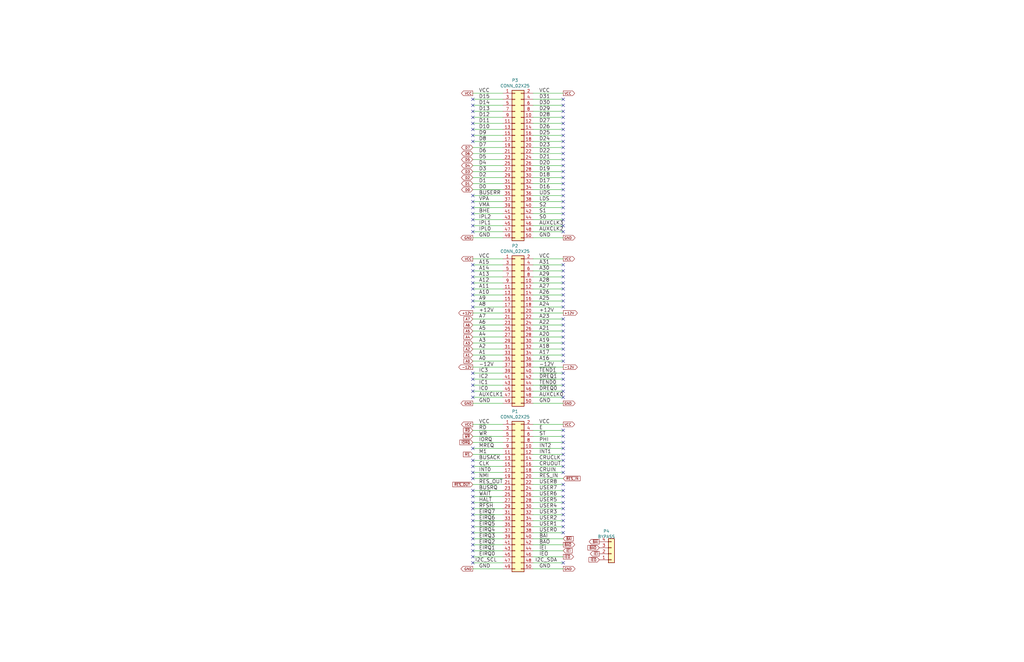
<source format=kicad_sch>
(kicad_sch (version 20211123) (generator eeschema)
  (paper "B")
  (lib_symbols
    (symbol "Connector_Generic:Conn_01x04" (pin_names (offset 1.016) hide)
      (property "Reference" "J" (at 0 5.08 0))
      (property "Value" "Conn_01x04" (at 0 -7.62 0))
      (symbol "Conn_01x04_1_1"
        (rectangle (start -1.27 -4.953) (end 0 -5.207) (stroke (width 0.1524)))
        (rectangle (start -1.27 -2.413) (end 0 -2.667) (stroke (width 0.1524)))
        (rectangle (start -1.27 0.127) (end 0 -0.127) (stroke (width 0.1524)))
        (rectangle (start -1.27 2.667) (end 0 2.413) (stroke (width 0.1524)))
        (rectangle (start -1.27 3.81) (end 1.27 -6.35) (stroke (width 0.254)) (fill (type background)))
        (pin passive line (at -5.08 2.54 0) (length 3.81) (name "Pin_1") (number "1"))
        (pin passive line (at -5.08 0 0) (length 3.81) (name "Pin_2") (number "2"))
        (pin passive line (at -5.08 -2.54 0) (length 3.81) (name "Pin_3") (number "3"))
        (pin passive line (at -5.08 -5.08 0) (length 3.81) (name "Pin_4") (number "4"))
      )
    )
    (symbol "Connector_Generic:Conn_02x25_Odd_Even" (pin_names (offset 1.016) hide)
      (property "Reference" "J" (at 1.27 33.02 0))
      (property "Value" "Conn_02x25_Odd_Even" (at 1.27 -33.02 0))
      (symbol "Conn_02x25_Odd_Even_1_1"
        (rectangle (start -1.27 -30.353) (end 0 -30.607) (stroke (width 0.1524)))
        (rectangle (start -1.27 -27.813) (end 0 -28.067) (stroke (width 0.1524)))
        (rectangle (start -1.27 -25.273) (end 0 -25.527) (stroke (width 0.1524)))
        (rectangle (start -1.27 -22.733) (end 0 -22.987) (stroke (width 0.1524)))
        (rectangle (start -1.27 -20.193) (end 0 -20.447) (stroke (width 0.1524)))
        (rectangle (start -1.27 -17.653) (end 0 -17.907) (stroke (width 0.1524)))
        (rectangle (start -1.27 -15.113) (end 0 -15.367) (stroke (width 0.1524)))
        (rectangle (start -1.27 -12.573) (end 0 -12.827) (stroke (width 0.1524)))
        (rectangle (start -1.27 -10.033) (end 0 -10.287) (stroke (width 0.1524)))
        (rectangle (start -1.27 -7.493) (end 0 -7.747) (stroke (width 0.1524)))
        (rectangle (start -1.27 -4.953) (end 0 -5.207) (stroke (width 0.1524)))
        (rectangle (start -1.27 -2.413) (end 0 -2.667) (stroke (width 0.1524)))
        (rectangle (start -1.27 0.127) (end 0 -0.127) (stroke (width 0.1524)))
        (rectangle (start -1.27 2.667) (end 0 2.413) (stroke (width 0.1524)))
        (rectangle (start -1.27 5.207) (end 0 4.953) (stroke (width 0.1524)))
        (rectangle (start -1.27 7.747) (end 0 7.493) (stroke (width 0.1524)))
        (rectangle (start -1.27 10.287) (end 0 10.033) (stroke (width 0.1524)))
        (rectangle (start -1.27 12.827) (end 0 12.573) (stroke (width 0.1524)))
        (rectangle (start -1.27 15.367) (end 0 15.113) (stroke (width 0.1524)))
        (rectangle (start -1.27 17.907) (end 0 17.653) (stroke (width 0.1524)))
        (rectangle (start -1.27 20.447) (end 0 20.193) (stroke (width 0.1524)))
        (rectangle (start -1.27 22.987) (end 0 22.733) (stroke (width 0.1524)))
        (rectangle (start -1.27 25.527) (end 0 25.273) (stroke (width 0.1524)))
        (rectangle (start -1.27 28.067) (end 0 27.813) (stroke (width 0.1524)))
        (rectangle (start -1.27 30.607) (end 0 30.353) (stroke (width 0.1524)))
        (rectangle (start -1.27 31.75) (end 3.81 -31.75) (stroke (width 0.254)) (fill (type background)))
        (rectangle (start 3.81 -30.353) (end 2.54 -30.607) (stroke (width 0.1524)))
        (rectangle (start 3.81 -27.813) (end 2.54 -28.067) (stroke (width 0.1524)))
        (rectangle (start 3.81 -25.273) (end 2.54 -25.527) (stroke (width 0.1524)))
        (rectangle (start 3.81 -22.733) (end 2.54 -22.987) (stroke (width 0.1524)))
        (rectangle (start 3.81 -20.193) (end 2.54 -20.447) (stroke (width 0.1524)))
        (rectangle (start 3.81 -17.653) (end 2.54 -17.907) (stroke (width 0.1524)))
        (rectangle (start 3.81 -15.113) (end 2.54 -15.367) (stroke (width 0.1524)))
        (rectangle (start 3.81 -12.573) (end 2.54 -12.827) (stroke (width 0.1524)))
        (rectangle (start 3.81 -10.033) (end 2.54 -10.287) (stroke (width 0.1524)))
        (rectangle (start 3.81 -7.493) (end 2.54 -7.747) (stroke (width 0.1524)))
        (rectangle (start 3.81 -4.953) (end 2.54 -5.207) (stroke (width 0.1524)))
        (rectangle (start 3.81 -2.413) (end 2.54 -2.667) (stroke (width 0.1524)))
        (rectangle (start 3.81 0.127) (end 2.54 -0.127) (stroke (width 0.1524)))
        (rectangle (start 3.81 2.667) (end 2.54 2.413) (stroke (width 0.1524)))
        (rectangle (start 3.81 5.207) (end 2.54 4.953) (stroke (width 0.1524)))
        (rectangle (start 3.81 7.747) (end 2.54 7.493) (stroke (width 0.1524)))
        (rectangle (start 3.81 10.287) (end 2.54 10.033) (stroke (width 0.1524)))
        (rectangle (start 3.81 12.827) (end 2.54 12.573) (stroke (width 0.1524)))
        (rectangle (start 3.81 15.367) (end 2.54 15.113) (stroke (width 0.1524)))
        (rectangle (start 3.81 17.907) (end 2.54 17.653) (stroke (width 0.1524)))
        (rectangle (start 3.81 20.447) (end 2.54 20.193) (stroke (width 0.1524)))
        (rectangle (start 3.81 22.987) (end 2.54 22.733) (stroke (width 0.1524)))
        (rectangle (start 3.81 25.527) (end 2.54 25.273) (stroke (width 0.1524)))
        (rectangle (start 3.81 28.067) (end 2.54 27.813) (stroke (width 0.1524)))
        (rectangle (start 3.81 30.607) (end 2.54 30.353) (stroke (width 0.1524)))
        (pin passive line (at -5.08 30.48 0) (length 3.81) (name "Pin_1") (number "1"))
        (pin passive line (at 7.62 20.32 180) (length 3.81) (name "Pin_10") (number "10"))
        (pin passive line (at -5.08 17.78 0) (length 3.81) (name "Pin_11") (number "11"))
        (pin passive line (at 7.62 17.78 180) (length 3.81) (name "Pin_12") (number "12"))
        (pin passive line (at -5.08 15.24 0) (length 3.81) (name "Pin_13") (number "13"))
        (pin passive line (at 7.62 15.24 180) (length 3.81) (name "Pin_14") (number "14"))
        (pin passive line (at -5.08 12.7 0) (length 3.81) (name "Pin_15") (number "15"))
        (pin passive line (at 7.62 12.7 180) (length 3.81) (name "Pin_16") (number "16"))
        (pin passive line (at -5.08 10.16 0) (length 3.81) (name "Pin_17") (number "17"))
        (pin passive line (at 7.62 10.16 180) (length 3.81) (name "Pin_18") (number "18"))
        (pin passive line (at -5.08 7.62 0) (length 3.81) (name "Pin_19") (number "19"))
        (pin passive line (at 7.62 30.48 180) (length 3.81) (name "Pin_2") (number "2"))
        (pin passive line (at 7.62 7.62 180) (length 3.81) (name "Pin_20") (number "20"))
        (pin passive line (at -5.08 5.08 0) (length 3.81) (name "Pin_21") (number "21"))
        (pin passive line (at 7.62 5.08 180) (length 3.81) (name "Pin_22") (number "22"))
        (pin passive line (at -5.08 2.54 0) (length 3.81) (name "Pin_23") (number "23"))
        (pin passive line (at 7.62 2.54 180) (length 3.81) (name "Pin_24") (number "24"))
        (pin passive line (at -5.08 0 0) (length 3.81) (name "Pin_25") (number "25"))
        (pin passive line (at 7.62 0 180) (length 3.81) (name "Pin_26") (number "26"))
        (pin passive line (at -5.08 -2.54 0) (length 3.81) (name "Pin_27") (number "27"))
        (pin passive line (at 7.62 -2.54 180) (length 3.81) (name "Pin_28") (number "28"))
        (pin passive line (at -5.08 -5.08 0) (length 3.81) (name "Pin_29") (number "29"))
        (pin passive line (at -5.08 27.94 0) (length 3.81) (name "Pin_3") (number "3"))
        (pin passive line (at 7.62 -5.08 180) (length 3.81) (name "Pin_30") (number "30"))
        (pin passive line (at -5.08 -7.62 0) (length 3.81) (name "Pin_31") (number "31"))
        (pin passive line (at 7.62 -7.62 180) (length 3.81) (name "Pin_32") (number "32"))
        (pin passive line (at -5.08 -10.16 0) (length 3.81) (name "Pin_33") (number "33"))
        (pin passive line (at 7.62 -10.16 180) (length 3.81) (name "Pin_34") (number "34"))
        (pin passive line (at -5.08 -12.7 0) (length 3.81) (name "Pin_35") (number "35"))
        (pin passive line (at 7.62 -12.7 180) (length 3.81) (name "Pin_36") (number "36"))
        (pin passive line (at -5.08 -15.24 0) (length 3.81) (name "Pin_37") (number "37"))
        (pin passive line (at 7.62 -15.24 180) (length 3.81) (name "Pin_38") (number "38"))
        (pin passive line (at -5.08 -17.78 0) (length 3.81) (name "Pin_39") (number "39"))
        (pin passive line (at 7.62 27.94 180) (length 3.81) (name "Pin_4") (number "4"))
        (pin passive line (at 7.62 -17.78 180) (length 3.81) (name "Pin_40") (number "40"))
        (pin passive line (at -5.08 -20.32 0) (length 3.81) (name "Pin_41") (number "41"))
        (pin passive line (at 7.62 -20.32 180) (length 3.81) (name "Pin_42") (number "42"))
        (pin passive line (at -5.08 -22.86 0) (length 3.81) (name "Pin_43") (number "43"))
        (pin passive line (at 7.62 -22.86 180) (length 3.81) (name "Pin_44") (number "44"))
        (pin passive line (at -5.08 -25.4 0) (length 3.81) (name "Pin_45") (number "45"))
        (pin passive line (at 7.62 -25.4 180) (length 3.81) (name "Pin_46") (number "46"))
        (pin passive line (at -5.08 -27.94 0) (length 3.81) (name "Pin_47") (number "47"))
        (pin passive line (at 7.62 -27.94 180) (length 3.81) (name "Pin_48") (number "48"))
        (pin passive line (at -5.08 -30.48 0) (length 3.81) (name "Pin_49") (number "49"))
        (pin passive line (at -5.08 25.4 0) (length 3.81) (name "Pin_5") (number "5"))
        (pin passive line (at 7.62 -30.48 180) (length 3.81) (name "Pin_50") (number "50"))
        (pin passive line (at 7.62 25.4 180) (length 3.81) (name "Pin_6") (number "6"))
        (pin passive line (at -5.08 22.86 0) (length 3.81) (name "Pin_7") (number "7"))
        (pin passive line (at 7.62 22.86 180) (length 3.81) (name "Pin_8") (number "8"))
        (pin passive line (at -5.08 20.32 0) (length 3.81) (name "Pin_9") (number "9"))
      )
    )
  )
  (no_connect (at 199.39 90.17))
  (no_connect (at 237.49 196.85))
  (no_connect (at 199.39 234.95))
  (no_connect (at 237.49 46.99))
  (no_connect (at 199.39 167.64))
  (no_connect (at 237.49 59.69))
  (no_connect (at 199.39 85.09))
  (no_connect (at 199.39 222.25))
  (no_connect (at 237.49 77.47))
  (no_connect (at 199.39 54.61))
  (no_connect (at 237.49 111.76))
  (no_connect (at 199.39 196.85))
  (no_connect (at 199.39 121.92))
  (no_connect (at 199.39 212.09))
  (no_connect (at 237.49 237.49))
  (no_connect (at 237.49 142.24))
  (no_connect (at 237.49 191.77))
  (no_connect (at 237.49 69.85))
  (no_connect (at 237.49 67.31))
  (no_connect (at 199.39 199.39))
  (no_connect (at 199.39 189.23))
  (no_connect (at 237.49 212.09))
  (no_connect (at 237.49 139.7))
  (no_connect (at 199.39 116.84))
  (no_connect (at 199.39 224.79))
  (no_connect (at 237.49 64.77))
  (no_connect (at 199.39 97.79))
  (no_connect (at 237.49 119.38))
  (no_connect (at 237.49 186.69))
  (no_connect (at 237.49 127))
  (no_connect (at 199.39 207.01))
  (no_connect (at 199.39 52.07))
  (no_connect (at 199.39 124.46))
  (no_connect (at 199.39 119.38))
  (no_connect (at 237.49 181.61))
  (no_connect (at 237.49 157.48))
  (no_connect (at 199.39 49.53))
  (no_connect (at 237.49 184.15))
  (no_connect (at 199.39 59.69))
  (no_connect (at 199.39 41.91))
  (no_connect (at 199.39 160.02))
  (no_connect (at 237.49 116.84))
  (no_connect (at 237.49 54.61))
  (no_connect (at 199.39 157.48))
  (no_connect (at 237.49 162.56))
  (no_connect (at 199.39 165.1))
  (no_connect (at 237.49 52.07))
  (no_connect (at 199.39 201.93))
  (no_connect (at 199.39 232.41))
  (no_connect (at 237.49 214.63))
  (no_connect (at 237.49 114.3))
  (no_connect (at 237.49 152.4))
  (no_connect (at 237.49 74.93))
  (no_connect (at 199.39 129.54))
  (no_connect (at 199.39 227.33))
  (no_connect (at 199.39 57.15))
  (no_connect (at 237.49 217.17))
  (no_connect (at 199.39 46.99))
  (no_connect (at 199.39 217.17))
  (no_connect (at 237.49 57.15))
  (no_connect (at 237.49 189.23))
  (no_connect (at 237.49 62.23))
  (no_connect (at 237.49 72.39))
  (no_connect (at 237.49 165.1))
  (no_connect (at 237.49 224.79))
  (no_connect (at 199.39 214.63))
  (no_connect (at 237.49 97.79))
  (no_connect (at 237.49 90.17))
  (no_connect (at 237.49 219.71))
  (no_connect (at 237.49 49.53))
  (no_connect (at 237.49 194.31))
  (no_connect (at 237.49 160.02))
  (no_connect (at 199.39 92.71))
  (no_connect (at 199.39 127))
  (no_connect (at 199.39 87.63))
  (no_connect (at 199.39 114.3))
  (no_connect (at 237.49 92.71))
  (no_connect (at 237.49 209.55))
  (no_connect (at 199.39 44.45))
  (no_connect (at 237.49 204.47))
  (no_connect (at 237.49 85.09))
  (no_connect (at 237.49 95.25))
  (no_connect (at 237.49 80.01))
  (no_connect (at 237.49 207.01))
  (no_connect (at 237.49 82.55))
  (no_connect (at 237.49 147.32))
  (no_connect (at 237.49 222.25))
  (no_connect (at 237.49 199.39))
  (no_connect (at 237.49 87.63))
  (no_connect (at 199.39 229.87))
  (no_connect (at 199.39 194.31))
  (no_connect (at 199.39 111.76))
  (no_connect (at 237.49 129.54))
  (no_connect (at 199.39 82.55))
  (no_connect (at 199.39 95.25))
  (no_connect (at 237.49 41.91))
  (no_connect (at 237.49 121.92))
  (no_connect (at 237.49 44.45))
  (no_connect (at 237.49 137.16))
  (no_connect (at 237.49 149.86))
  (no_connect (at 237.49 144.78))
  (no_connect (at 199.39 237.49))
  (no_connect (at 237.49 134.62))
  (no_connect (at 199.39 162.56))
  (no_connect (at 237.49 167.64))
  (no_connect (at 237.49 124.46))
  (no_connect (at 199.39 209.55))
  (no_connect (at 199.39 219.71))
  (wire (pts (xy 224.79 224.79) (xy 237.49 224.79)))
  (wire (pts (xy 199.39 224.79) (xy 212.09 224.79)))
  (wire (pts (xy 224.79 77.47) (xy 237.49 77.47)))
  (wire (pts (xy 199.39 54.61) (xy 212.09 54.61)))
  (wire (pts (xy 199.39 209.55) (xy 212.09 209.55)))
  (wire (pts (xy 224.79 207.01) (xy 237.49 207.01)))
  (wire (pts (xy 199.39 137.16) (xy 212.09 137.16)))
  (wire (pts (xy 199.39 49.53) (xy 212.09 49.53)))
  (wire (pts (xy 224.79 97.79) (xy 237.49 97.79)))
  (wire (pts (xy 237.49 194.31) (xy 224.79 194.31)))
  (wire (pts (xy 224.79 201.93) (xy 237.49 201.93)))
  (wire (pts (xy 224.79 209.55) (xy 237.49 209.55)))
  (wire (pts (xy 224.79 57.15) (xy 237.49 57.15)))
  (wire (pts (xy 199.39 240.03) (xy 212.09 240.03)))
  (wire (pts (xy 224.79 100.33) (xy 237.49 100.33)))
  (wire (pts (xy 199.39 67.31) (xy 212.09 67.31)))
  (wire (pts (xy 224.79 85.09) (xy 237.49 85.09)))
  (wire (pts (xy 224.79 142.24) (xy 237.49 142.24)))
  (wire (pts (xy 199.39 152.4) (xy 212.09 152.4)))
  (wire (pts (xy 212.09 160.02) (xy 199.39 160.02)))
  (wire (pts (xy 224.79 137.16) (xy 237.49 137.16)))
  (wire (pts (xy 212.09 85.09) (xy 199.39 85.09)))
  (wire (pts (xy 199.39 204.47) (xy 212.09 204.47)))
  (wire (pts (xy 224.79 80.01) (xy 237.49 80.01)))
  (wire (pts (xy 224.79 212.09) (xy 237.49 212.09)))
  (wire (pts (xy 199.39 74.93) (xy 212.09 74.93)))
  (wire (pts (xy 224.79 170.18) (xy 237.49 170.18)))
  (wire (pts (xy 199.39 149.86) (xy 212.09 149.86)))
  (wire (pts (xy 199.39 116.84) (xy 212.09 116.84)))
  (wire (pts (xy 199.39 227.33) (xy 212.09 227.33)))
  (wire (pts (xy 237.49 184.15) (xy 224.79 184.15)))
  (wire (pts (xy 199.39 134.62) (xy 212.09 134.62)))
  (wire (pts (xy 224.79 144.78) (xy 237.49 144.78)))
  (wire (pts (xy 224.79 124.46) (xy 237.49 124.46)))
  (wire (pts (xy 199.39 52.07) (xy 212.09 52.07)))
  (wire (pts (xy 199.39 199.39) (xy 212.09 199.39)))
  (wire (pts (xy 224.79 67.31) (xy 237.49 67.31)))
  (wire (pts (xy 237.49 95.25) (xy 224.79 95.25)))
  (wire (pts (xy 224.79 114.3) (xy 237.49 114.3)))
  (wire (pts (xy 199.39 41.91) (xy 212.09 41.91)))
  (wire (pts (xy 199.39 111.76) (xy 212.09 111.76)))
  (wire (pts (xy 199.39 44.45) (xy 212.09 44.45)))
  (wire (pts (xy 224.79 44.45) (xy 237.49 44.45)))
  (wire (pts (xy 199.39 59.69) (xy 212.09 59.69)))
  (wire (pts (xy 224.79 129.54) (xy 237.49 129.54)))
  (wire (pts (xy 224.79 147.32) (xy 237.49 147.32)))
  (wire (pts (xy 199.39 77.47) (xy 212.09 77.47)))
  (wire (pts (xy 199.39 191.77) (xy 212.09 191.77)))
  (wire (pts (xy 199.39 64.77) (xy 212.09 64.77)))
  (wire (pts (xy 199.39 62.23) (xy 212.09 62.23)))
  (wire (pts (xy 199.39 222.25) (xy 212.09 222.25)))
  (wire (pts (xy 224.79 204.47) (xy 237.49 204.47)))
  (wire (pts (xy 224.79 59.69) (xy 237.49 59.69)))
  (wire (pts (xy 224.79 87.63) (xy 237.49 87.63)))
  (wire (pts (xy 224.79 62.23) (xy 237.49 62.23)))
  (wire (pts (xy 224.79 219.71) (xy 237.49 219.71)))
  (wire (pts (xy 224.79 82.55) (xy 237.49 82.55)))
  (wire (pts (xy 212.09 90.17) (xy 199.39 90.17)))
  (wire (pts (xy 199.39 121.92) (xy 212.09 121.92)))
  (wire (pts (xy 224.79 69.85) (xy 237.49 69.85)))
  (wire (pts (xy 199.39 46.99) (xy 212.09 46.99)))
  (wire (pts (xy 224.79 196.85) (xy 237.49 196.85)))
  (wire (pts (xy 224.79 179.07) (xy 237.49 179.07)))
  (wire (pts (xy 224.79 157.48) (xy 237.49 157.48)))
  (wire (pts (xy 199.39 194.31) (xy 212.09 194.31)))
  (wire (pts (xy 224.79 222.25) (xy 237.49 222.25)))
  (wire (pts (xy 199.39 201.93) (xy 212.09 201.93)))
  (wire (pts (xy 199.39 179.07) (xy 212.09 179.07)))
  (wire (pts (xy 237.49 234.95) (xy 224.79 234.95)))
  (wire (pts (xy 224.79 154.94) (xy 237.49 154.94)))
  (wire (pts (xy 224.79 134.62) (xy 237.49 134.62)))
  (wire (pts (xy 224.79 92.71) (xy 237.49 92.71)))
  (wire (pts (xy 199.39 212.09) (xy 212.09 212.09)))
  (wire (pts (xy 199.39 119.38) (xy 212.09 119.38)))
  (wire (pts (xy 199.39 144.78) (xy 212.09 144.78)))
  (wire (pts (xy 237.49 191.77) (xy 224.79 191.77)))
  (wire (pts (xy 224.79 109.22) (xy 237.49 109.22)))
  (wire (pts (xy 224.79 121.92) (xy 237.49 121.92)))
  (wire (pts (xy 199.39 186.69) (xy 212.09 186.69)))
  (wire (pts (xy 237.49 181.61) (xy 224.79 181.61)))
  (wire (pts (xy 199.39 170.18) (xy 212.09 170.18)))
  (wire (pts (xy 199.39 219.71) (xy 212.09 219.71)))
  (wire (pts (xy 224.79 46.99) (xy 237.49 46.99)))
  (wire (pts (xy 199.39 196.85) (xy 212.09 196.85)))
  (wire (pts (xy 224.79 149.86) (xy 237.49 149.86)))
  (wire (pts (xy 199.39 234.95) (xy 212.09 234.95)))
  (wire (pts (xy 199.39 181.61) (xy 212.09 181.61)))
  (wire (pts (xy 237.49 189.23) (xy 224.79 189.23)))
  (wire (pts (xy 224.79 165.1) (xy 237.49 165.1)))
  (wire (pts (xy 199.39 129.54) (xy 212.09 129.54)))
  (wire (pts (xy 199.39 229.87) (xy 212.09 229.87)))
  (wire (pts (xy 224.79 240.03) (xy 237.49 240.03)))
  (wire (pts (xy 224.79 64.77) (xy 237.49 64.77)))
  (wire (pts (xy 199.39 127) (xy 212.09 127)))
  (wire (pts (xy 224.79 49.53) (xy 237.49 49.53)))
  (wire (pts (xy 224.79 72.39) (xy 237.49 72.39)))
  (wire (pts (xy 224.79 152.4) (xy 237.49 152.4)))
  (wire (pts (xy 199.39 57.15) (xy 212.09 57.15)))
  (wire (pts (xy 224.79 162.56) (xy 237.49 162.56)))
  (wire (pts (xy 224.79 74.93) (xy 237.49 74.93)))
  (wire (pts (xy 224.79 90.17) (xy 237.49 90.17)))
  (wire (pts (xy 212.09 82.55) (xy 199.39 82.55)))
  (wire (pts (xy 212.09 157.48) (xy 199.39 157.48)))
  (wire (pts (xy 224.79 139.7) (xy 237.49 139.7)))
  (wire (pts (xy 224.79 39.37) (xy 237.49 39.37)))
  (wire (pts (xy 212.09 87.63) (xy 199.39 87.63)))
  (wire (pts (xy 224.79 199.39) (xy 237.49 199.39)))
  (wire (pts (xy 224.79 111.76) (xy 237.49 111.76)))
  (wire (pts (xy 237.49 232.41) (xy 224.79 232.41)))
  (wire (pts (xy 224.79 52.07) (xy 237.49 52.07)))
  (wire (pts (xy 199.39 124.46) (xy 212.09 124.46)))
  (wire (pts (xy 237.49 237.49) (xy 224.79 237.49)))
  (wire (pts (xy 224.79 132.08) (xy 237.49 132.08)))
  (wire (pts (xy 224.79 217.17) (xy 237.49 217.17)))
  (wire (pts (xy 237.49 229.87) (xy 224.79 229.87)))
  (wire (pts (xy 199.39 167.64) (xy 212.09 167.64)))
  (wire (pts (xy 199.39 72.39) (xy 212.09 72.39)))
  (wire (pts (xy 199.39 142.24) (xy 212.09 142.24)))
  (wire (pts (xy 199.39 109.22) (xy 212.09 109.22)))
  (wire (pts (xy 199.39 132.08) (xy 212.09 132.08)))
  (wire (pts (xy 199.39 189.23) (xy 212.09 189.23)))
  (wire (pts (xy 224.79 116.84) (xy 237.49 116.84)))
  (wire (pts (xy 199.39 214.63) (xy 212.09 214.63)))
  (wire (pts (xy 199.39 217.17) (xy 212.09 217.17)))
  (wire (pts (xy 199.39 154.94) (xy 212.09 154.94)))
  (wire (pts (xy 199.39 39.37) (xy 212.09 39.37)))
  (wire (pts (xy 199.39 147.32) (xy 212.09 147.32)))
  (wire (pts (xy 224.79 167.64) (xy 237.49 167.64)))
  (wire (pts (xy 199.39 100.33) (xy 212.09 100.33)))
  (wire (pts (xy 237.49 227.33) (xy 224.79 227.33)))
  (wire (pts (xy 212.09 97.79) (xy 199.39 97.79)))
  (wire (pts (xy 224.79 41.91) (xy 237.49 41.91)))
  (wire (pts (xy 199.39 232.41) (xy 212.09 232.41)))
  (wire (pts (xy 212.09 165.1) (xy 199.39 165.1)))
  (wire (pts (xy 237.49 186.69) (xy 224.79 186.69)))
  (wire (pts (xy 199.39 114.3) (xy 212.09 114.3)))
  (wire (pts (xy 224.79 127) (xy 237.49 127)))
  (wire (pts (xy 199.39 80.01) (xy 212.09 80.01)))
  (wire (pts (xy 199.39 139.7) (xy 212.09 139.7)))
  (wire (pts (xy 199.39 69.85) (xy 212.09 69.85)))
  (wire (pts (xy 212.09 237.49) (xy 199.39 237.49)))
  (wire (pts (xy 224.79 160.02) (xy 237.49 160.02)))
  (wire (pts (xy 212.09 92.71) (xy 199.39 92.71)))
  (wire (pts (xy 224.79 214.63) (xy 237.49 214.63)))
  (wire (pts (xy 199.39 207.01) (xy 212.09 207.01)))
  (wire (pts (xy 212.09 95.25) (xy 199.39 95.25)))
  (wire (pts (xy 224.79 119.38) (xy 237.49 119.38)))
  (wire (pts (xy 212.09 162.56) (xy 199.39 162.56)))
  (wire (pts (xy 224.79 54.61) (xy 237.49 54.61)))
  (wire (pts (xy 199.39 184.15) (xy 212.09 184.15)))
  (label "A7" (at 201.93 134.62 0) (effects (font (size 1.524 1.524))))
  (label "VCC" (at 201.93 179.07 0) (effects (font (size 1.524 1.524))))
  (label "~{BHE}" (at 201.93 90.17 0) (effects (font (size 1.524 1.524))))
  (label "D4" (at 201.93 69.85 0) (effects (font (size 1.524 1.524))))
  (label "A5" (at 201.93 139.7 0) (effects (font (size 1.524 1.524))))
  (label "~{RES_OUT}" (at 201.93 204.47 0) (effects (font (size 1.524 1.524))))
  (label "IPL1" (at 201.93 95.25 0) (effects (font (size 1.524 1.524))))
  (label "UDS" (at 227.33 82.55 0) (effects (font (size 1.524 1.524))))
  (label "~{INT2}" (at 227.33 189.23 0) (effects (font (size 1.524 1.524))))
  (label "VCC" (at 227.33 179.07 0) (effects (font (size 1.524 1.524))))
  (label "IC2" (at 201.93 160.02 0) (effects (font (size 1.524 1.524))))
  (label "USER0" (at 227.33 224.79 0) (effects (font (size 1.524 1.524))))
  (label "VCC" (at 227.33 39.37 0) (effects (font (size 1.524 1.524))))
  (label "A9" (at 201.93 127 0) (effects (font (size 1.524 1.524))))
  (label "D9" (at 201.93 57.15 0) (effects (font (size 1.524 1.524))))
  (label "GND" (at 227.33 100.33 0) (effects (font (size 1.524 1.524))))
  (label "D23" (at 227.33 62.23 0) (effects (font (size 1.524 1.524))))
  (label "D15" (at 201.93 41.91 0) (effects (font (size 1.524 1.524))))
  (label "~{IEI}" (at 227.33 232.41 0) (effects (font (size 1.524 1.524))))
  (label "A6" (at 201.93 137.16 0) (effects (font (size 1.524 1.524))))
  (label "D0" (at 201.93 80.01 0) (effects (font (size 1.524 1.524))))
  (label "GND" (at 201.93 240.03 0) (effects (font (size 1.524 1.524))))
  (label "IPL0" (at 201.93 97.79 0) (effects (font (size 1.524 1.524))))
  (label "D16" (at 227.33 80.01 0) (effects (font (size 1.524 1.524))))
  (label "~{VPA}" (at 201.93 85.09 0) (effects (font (size 1.524 1.524))))
  (label "I2C_SCL" (at 209.55 237.49 180) (effects (font (size 1.524 1.524))))
  (label "~{NMI}" (at 201.93 201.93 0) (effects (font (size 1.524 1.524))))
  (label "~{MREQ}" (at 201.93 189.23 0) (effects (font (size 1.524 1.524))))
  (label "USER6" (at 227.33 209.55 0) (effects (font (size 1.524 1.524))))
  (label "A3" (at 201.93 144.78 0) (effects (font (size 1.524 1.524))))
  (label "A4" (at 201.93 142.24 0) (effects (font (size 1.524 1.524))))
  (label "A23" (at 227.33 134.62 0) (effects (font (size 1.524 1.524))))
  (label "D25" (at 227.33 57.15 0) (effects (font (size 1.524 1.524))))
  (label "D7" (at 201.93 62.23 0) (effects (font (size 1.524 1.524))))
  (label "VCC" (at 227.33 109.22 0) (effects (font (size 1.524 1.524))))
  (label "+12V" (at 227.33 132.08 0) (effects (font (size 1.524 1.524))))
  (label "~{BAO}" (at 227.33 229.87 0) (effects (font (size 1.524 1.524))))
  (label "A14" (at 201.93 114.3 0) (effects (font (size 1.524 1.524))))
  (label "GND" (at 227.33 170.18 0) (effects (font (size 1.524 1.524))))
  (label "D26" (at 227.33 54.61 0) (effects (font (size 1.524 1.524))))
  (label "D6" (at 201.93 64.77 0) (effects (font (size 1.524 1.524))))
  (label "~{INT0}" (at 201.93 199.39 0) (effects (font (size 1.524 1.524))))
  (label "S0" (at 227.33 92.71 0) (effects (font (size 1.524 1.524))))
  (label "A24" (at 227.33 129.54 0) (effects (font (size 1.524 1.524))))
  (label "A28" (at 227.33 119.38 0) (effects (font (size 1.524 1.524))))
  (label "A20" (at 227.33 142.24 0) (effects (font (size 1.524 1.524))))
  (label "~{RD}" (at 201.93 181.61 0) (effects (font (size 1.524 1.524))))
  (label "A21" (at 227.33 139.7 0) (effects (font (size 1.524 1.524))))
  (label "A29" (at 227.33 116.84 0) (effects (font (size 1.524 1.524))))
  (label "AUXCLK3" (at 227.33 95.25 0) (effects (font (size 1.524 1.524))))
  (label "~{DREQ1}" (at 227.33 160.02 0) (effects (font (size 1.524 1.524))))
  (label "D13" (at 201.93 46.99 0) (effects (font (size 1.524 1.524))))
  (label "~{EIRQ0}" (at 201.93 234.95 0) (effects (font (size 1.524 1.524))))
  (label "A1" (at 201.93 149.86 0) (effects (font (size 1.524 1.524))))
  (label "VCC" (at 201.93 109.22 0) (effects (font (size 1.524 1.524))))
  (label "A8" (at 201.93 129.54 0) (effects (font (size 1.524 1.524))))
  (label "A25" (at 227.33 127 0) (effects (font (size 1.524 1.524))))
  (label "A13" (at 201.93 116.84 0) (effects (font (size 1.524 1.524))))
  (label "+12V" (at 201.93 132.08 0) (effects (font (size 1.524 1.524))))
  (label "D18" (at 227.33 74.93 0) (effects (font (size 1.524 1.524))))
  (label "D24" (at 227.33 59.69 0) (effects (font (size 1.524 1.524))))
  (label "~{M1}" (at 201.93 191.77 0) (effects (font (size 1.524 1.524))))
  (label "~{RFSH}" (at 201.93 214.63 0) (effects (font (size 1.524 1.524))))
  (label "USER4" (at 227.33 214.63 0) (effects (font (size 1.524 1.524))))
  (label "PHI" (at 227.33 186.69 0) (effects (font (size 1.524 1.524))))
  (label "~{BUSERR}" (at 201.93 82.55 0) (effects (font (size 1.524 1.524))))
  (label "AUXCLK0" (at 227.33 167.64 0) (effects (font (size 1.524 1.524))))
  (label "~{IEO}" (at 227.33 234.95 0) (effects (font (size 1.524 1.524))))
  (label "~{HALT}" (at 201.93 212.09 0) (effects (font (size 1.524 1.524))))
  (label "I2C_SDA" (at 234.95 237.49 180) (effects (font (size 1.524 1.524))))
  (label "USER8" (at 227.33 204.47 0) (effects (font (size 1.524 1.524))))
  (label "~{EIRQ4}" (at 201.93 224.79 0) (effects (font (size 1.524 1.524))))
  (label "A16" (at 227.33 152.4 0) (effects (font (size 1.524 1.524))))
  (label "A2" (at 201.93 147.32 0) (effects (font (size 1.524 1.524))))
  (label "A31" (at 227.33 111.76 0) (effects (font (size 1.524 1.524))))
  (label "~{TEND1}" (at 227.33 157.48 0) (effects (font (size 1.524 1.524))))
  (label "AUXCLK1" (at 201.93 167.64 0) (effects (font (size 1.524 1.524))))
  (label "D3" (at 201.93 72.39 0) (effects (font (size 1.524 1.524))))
  (label "D19" (at 227.33 72.39 0) (effects (font (size 1.524 1.524))))
  (label "~{WR}" (at 201.93 184.15 0) (effects (font (size 1.524 1.524))))
  (label "A10" (at 201.93 124.46 0) (effects (font (size 1.524 1.524))))
  (label "E" (at 227.33 181.61 0) (effects (font (size 1.524 1.524))))
  (label "ST" (at 227.33 184.15 0) (effects (font (size 1.524 1.524))))
  (label "A18" (at 227.33 147.32 0) (effects (font (size 1.524 1.524))))
  (label "A15" (at 201.93 111.76 0) (effects (font (size 1.524 1.524))))
  (label "A0" (at 201.93 152.4 0) (effects (font (size 1.524 1.524))))
  (label "LDS" (at 227.33 85.09 0) (effects (font (size 1.524 1.524))))
  (label "D12" (at 201.93 49.53 0) (effects (font (size 1.524 1.524))))
  (label "IC1" (at 201.93 162.56 0) (effects (font (size 1.524 1.524))))
  (label "~{BUSACK}" (at 201.93 194.31 0) (effects (font (size 1.524 1.524))))
  (label "A19" (at 227.33 144.78 0) (effects (font (size 1.524 1.524))))
  (label "AUXCLK2" (at 227.33 97.79 0) (effects (font (size 1.524 1.524))))
  (label "GND" (at 227.33 240.03 0) (effects (font (size 1.524 1.524))))
  (label "D1" (at 201.93 77.47 0) (effects (font (size 1.524 1.524))))
  (label "S1" (at 227.33 90.17 0) (effects (font (size 1.524 1.524))))
  (label "~{WAIT}" (at 201.93 209.55 0) (effects (font (size 1.524 1.524))))
  (label "~{EIRQ2}" (at 201.93 229.87 0) (effects (font (size 1.524 1.524))))
  (label "CRUIN" (at 227.33 199.39 0) (effects (font (size 1.524 1.524))))
  (label "-12V" (at 201.93 154.94 0) (effects (font (size 1.524 1.524))))
  (label "D22" (at 227.33 64.77 0) (effects (font (size 1.524 1.524))))
  (label "~{IORQ}" (at 201.93 186.69 0) (effects (font (size 1.524 1.524))))
  (label "~{EIRQ5}" (at 201.93 222.25 0) (effects (font (size 1.524 1.524))))
  (label "CRUCLK" (at 227.33 194.31 0) (effects (font (size 1.524 1.524))))
  (label "D8" (at 201.93 59.69 0) (effects (font (size 1.524 1.524))))
  (label "D14" (at 201.93 44.45 0) (effects (font (size 1.524 1.524))))
  (label "D11" (at 201.93 52.07 0) (effects (font (size 1.524 1.524))))
  (label "A17" (at 227.33 149.86 0) (effects (font (size 1.524 1.524))))
  (label "A26" (at 227.33 124.46 0) (effects (font (size 1.524 1.524))))
  (label "A12" (at 201.93 119.38 0) (effects (font (size 1.524 1.524))))
  (label "~{INT1}" (at 227.33 191.77 0) (effects (font (size 1.524 1.524))))
  (label "~{EIRQ6}" (at 201.93 219.71 0) (effects (font (size 1.524 1.524))))
  (label "CLK" (at 201.93 196.85 0) (effects (font (size 1.524 1.524))))
  (label "S2" (at 227.33 87.63 0) (effects (font (size 1.524 1.524))))
  (label "D30" (at 227.33 44.45 0) (effects (font (size 1.524 1.524))))
  (label "A30" (at 227.33 114.3 0) (effects (font (size 1.524 1.524))))
  (label "~{RES_IN}" (at 227.33 201.93 0) (effects (font (size 1.524 1.524))))
  (label "D31" (at 227.33 41.91 0) (effects (font (size 1.524 1.524))))
  (label "D28" (at 227.33 49.53 0) (effects (font (size 1.524 1.524))))
  (label "D2" (at 201.93 74.93 0) (effects (font (size 1.524 1.524))))
  (label "D29" (at 227.33 46.99 0) (effects (font (size 1.524 1.524))))
  (label "USER5" (at 227.33 212.09 0) (effects (font (size 1.524 1.524))))
  (label "~{BUSRQ}" (at 201.93 207.01 0) (effects (font (size 1.524 1.524))))
  (label "GND" (at 201.93 170.18 0) (effects (font (size 1.524 1.524))))
  (label "~{EIRQ1}" (at 201.93 232.41 0) (effects (font (size 1.524 1.524))))
  (label "A27" (at 227.33 121.92 0) (effects (font (size 1.524 1.524))))
  (label "~{DREQ0}" (at 227.33 165.1 0) (effects (font (size 1.524 1.524))))
  (label "-12V" (at 227.33 154.94 0) (effects (font (size 1.524 1.524))))
  (label "IC3" (at 201.93 157.48 0) (effects (font (size 1.524 1.524))))
  (label "D27" (at 227.33 52.07 0) (effects (font (size 1.524 1.524))))
  (label "USER7" (at 227.33 207.01 0) (effects (font (size 1.524 1.524))))
  (label "D10" (at 201.93 54.61 0) (effects (font (size 1.524 1.524))))
  (label "D21" (at 227.33 67.31 0) (effects (font (size 1.524 1.524))))
  (label "~{VMA}" (at 201.93 87.63 0) (effects (font (size 1.524 1.524))))
  (label "D17" (at 227.33 77.47 0) (effects (font (size 1.524 1.524))))
  (label "A22" (at 227.33 137.16 0) (effects (font (size 1.524 1.524))))
  (label "~{BAI}" (at 227.33 227.33 0) (effects (font (size 1.524 1.524))))
  (label "USER2" (at 227.33 219.71 0) (effects (font (size 1.524 1.524))))
  (label "VCC" (at 201.93 39.37 0) (effects (font (size 1.524 1.524))))
  (label "CRUOUT" (at 227.33 196.85 0) (effects (font (size 1.524 1.524))))
  (label "GND" (at 201.93 100.33 0) (effects (font (size 1.524 1.524))))
  (label "D20" (at 227.33 69.85 0) (effects (font (size 1.524 1.524))))
  (label "~{TEND0}" (at 227.33 162.56 0) (effects (font (size 1.524 1.524))))
  (label "~{EIRQ3}" (at 201.93 227.33 0) (effects (font (size 1.524 1.524))))
  (label "~{EIRQ7}" (at 201.93 217.17 0) (effects (font (size 1.524 1.524))))
  (label "USER3" (at 227.33 217.17 0) (effects (font (size 1.524 1.524))))
  (label "IPL2" (at 201.93 92.71 0) (effects (font (size 1.524 1.524))))
  (label "A11" (at 201.93 121.92 0) (effects (font (size 1.524 1.524))))
  (label "D5" (at 201.93 67.31 0) (effects (font (size 1.524 1.524))))
  (label "IC0" (at 201.93 165.1 0) (effects (font (size 1.524 1.524))))
  (label "USER1" (at 227.33 222.25 0) (effects (font (size 1.524 1.524))))
  (global_label "GND" (shape output) (at 199.39 100.33 180) (effects (font (size 1.016 1.016))) (property "Intersheet References" "${INTERSHEET_REFS}" (effects hide)))
  (global_label "VCC" (shape output) (at 199.39 179.07 180) (effects (font (size 1.016 1.016))) (property "Intersheet References" "${INTERSHEET_REFS}" (effects hide)))
  (global_label "GND" (shape output) (at 237.49 100.33 0) (effects (font (size 1.016 1.016))) (property "Intersheet References" "${INTERSHEET_REFS}" (effects hide)))
  (global_label "~{BAI}" (shape input) (at 237.49 227.33 0) (effects (font (size 1.016 1.016))) (property "Intersheet References" "${INTERSHEET_REFS}" (effects hide)))
  (global_label "VCC" (shape output) (at 199.39 39.37 180) (effects (font (size 1.016 1.016))) (property "Intersheet References" "${INTERSHEET_REFS}" (effects hide)))
  (global_label "A0" (shape input) (at 199.39 152.4 180) (effects (font (size 1.016 1.016))) (property "Intersheet References" "${INTERSHEET_REFS}" (effects hide)))
  (global_label "+12V" (shape output) (at 199.39 132.08 180) (effects (font (size 1.016 1.016))) (property "Intersheet References" "${INTERSHEET_REFS}" (effects hide)))
  (global_label "D7" (shape bidirectional) (at 199.39 62.23 180) (effects (font (size 1.016 1.016))) (property "Intersheet References" "${INTERSHEET_REFS}" (effects hide)))
  (global_label "A4" (shape input) (at 199.39 142.24 180) (effects (font (size 1.016 1.016))) (property "Intersheet References" "${INTERSHEET_REFS}" (effects hide)))
  (global_label "A5" (shape input) (at 199.39 139.7 180) (effects (font (size 1.016 1.016))) (property "Intersheet References" "${INTERSHEET_REFS}" (effects hide)))
  (global_label "~{BAO}" (shape input) (at 252.73 231.14 180) (effects (font (size 1.016 1.016))) (property "Intersheet References" "${INTERSHEET_REFS}" (effects hide)))
  (global_label "~{WR}" (shape input) (at 199.39 184.15 180) (effects (font (size 1.016 1.016))) (property "Intersheet References" "${INTERSHEET_REFS}" (effects hide)))
  (global_label "~{IEI}" (shape output) (at 252.73 233.68 180) (effects (font (size 1.016 1.016))) (property "Intersheet References" "${INTERSHEET_REFS}" (effects hide)))
  (global_label "+12V" (shape output) (at 237.49 132.08 0) (effects (font (size 1.016 1.016))) (property "Intersheet References" "${INTERSHEET_REFS}" (effects hide)))
  (global_label "GND" (shape output) (at 199.39 170.18 180) (effects (font (size 1.016 1.016))) (property "Intersheet References" "${INTERSHEET_REFS}" (effects hide)))
  (global_label "A3" (shape input) (at 199.39 144.78 180) (effects (font (size 1.016 1.016))) (property "Intersheet References" "${INTERSHEET_REFS}" (effects hide)))
  (global_label "~{RD}" (shape input) (at 199.39 181.61 180) (effects (font (size 1.016 1.016))) (property "Intersheet References" "${INTERSHEET_REFS}" (effects hide)))
  (global_label "~{RES_IN}" (shape input) (at 237.49 201.93 0) (effects (font (size 1.016 1.016))) (property "Intersheet References" "${INTERSHEET_REFS}" (effects hide)))
  (global_label "-12V" (shape output) (at 237.49 154.94 0) (effects (font (size 1.016 1.016))) (property "Intersheet References" "${INTERSHEET_REFS}" (effects hide)))
  (global_label "~{IEO}" (shape output) (at 237.49 234.95 0) (effects (font (size 1.016 1.016))) (property "Intersheet References" "${INTERSHEET_REFS}" (effects hide)))
  (global_label "A2" (shape input) (at 199.39 147.32 180) (effects (font (size 1.016 1.016))) (property "Intersheet References" "${INTERSHEET_REFS}" (effects hide)))
  (global_label "~{RES_OUT}" (shape input) (at 199.39 204.47 180) (effects (font (size 1.016 1.016))) (property "Intersheet References" "${INTERSHEET_REFS}" (effects hide)))
  (global_label "VCC" (shape output) (at 199.39 109.22 180) (effects (font (size 1.016 1.016))) (property "Intersheet References" "${INTERSHEET_REFS}" (effects hide)))
  (global_label "D2" (shape bidirectional) (at 199.39 74.93 180) (effects (font (size 1.016 1.016))) (property "Intersheet References" "${INTERSHEET_REFS}" (effects hide)))
  (global_label "A1" (shape input) (at 199.39 149.86 180) (effects (font (size 1.016 1.016))) (property "Intersheet References" "${INTERSHEET_REFS}" (effects hide)))
  (global_label "~{IORQ}" (shape input) (at 199.39 186.69 180) (effects (font (size 1.016 1.016))) (property "Intersheet References" "${INTERSHEET_REFS}" (effects hide)))
  (global_label "GND" (shape output) (at 237.49 170.18 0) (effects (font (size 1.016 1.016))) (property "Intersheet References" "${INTERSHEET_REFS}" (effects hide)))
  (global_label "~{M1}" (shape input) (at 199.39 191.77 180) (effects (font (size 1.016 1.016))) (property "Intersheet References" "${INTERSHEET_REFS}" (effects hide)))
  (global_label "D0" (shape bidirectional) (at 199.39 80.01 180) (effects (font (size 1.016 1.016))) (property "Intersheet References" "${INTERSHEET_REFS}" (effects hide)))
  (global_label "D1" (shape bidirectional) (at 199.39 77.47 180) (effects (font (size 1.016 1.016))) (property "Intersheet References" "${INTERSHEET_REFS}" (effects hide)))
  (global_label "VCC" (shape output) (at 237.49 109.22 0) (effects (font (size 1.016 1.016))) (property "Intersheet References" "${INTERSHEET_REFS}" (effects hide)))
  (global_label "D4" (shape bidirectional) (at 199.39 69.85 180) (effects (font (size 1.016 1.016))) (property "Intersheet References" "${INTERSHEET_REFS}" (effects hide)))
  (global_label "D3" (shape bidirectional) (at 199.39 72.39 180) (effects (font (size 1.016 1.016))) (property "Intersheet References" "${INTERSHEET_REFS}" (effects hide)))
  (global_label "-12V" (shape output) (at 199.39 154.94 180) (effects (font (size 1.016 1.016))) (property "Intersheet References" "${INTERSHEET_REFS}" (effects hide)))
  (global_label "VCC" (shape output) (at 237.49 179.07 0) (effects (font (size 1.016 1.016))) (property "Intersheet References" "${INTERSHEET_REFS}" (effects hide)))
  (global_label "~{IEO}" (shape input) (at 252.73 236.22 180) (effects (font (size 1.016 1.016))) (property "Intersheet References" "${INTERSHEET_REFS}" (effects hide)))
  (global_label "VCC" (shape output) (at 237.49 39.37 0) (effects (font (size 1.016 1.016))) (property "Intersheet References" "${INTERSHEET_REFS}" (effects hide)))
  (global_label "~{BAO}" (shape output) (at 237.49 229.87 0) (effects (font (size 1.016 1.016))) (property "Intersheet References" "${INTERSHEET_REFS}" (effects hide)))
  (global_label "D5" (shape bidirectional) (at 199.39 67.31 180) (effects (font (size 1.016 1.016))) (property "Intersheet References" "${INTERSHEET_REFS}" (effects hide)))
  (global_label "GND" (shape output) (at 199.39 240.03 180) (effects (font (size 1.016 1.016))) (property "Intersheet References" "${INTERSHEET_REFS}" (effects hide)))
  (global_label "A6" (shape input) (at 199.39 137.16 180) (effects (font (size 1.016 1.016))) (property "Intersheet References" "${INTERSHEET_REFS}" (effects hide)))
  (global_label "~{BAI}" (shape output) (at 252.73 228.6 180) (effects (font (size 1.016 1.016))) (property "Intersheet References" "${INTERSHEET_REFS}" (effects hide)))
  (global_label "~{IEI}" (shape input) (at 237.49 232.41 0) (effects (font (size 1.016 1.016))) (property "Intersheet References" "${INTERSHEET_REFS}" (effects hide)))
  (global_label "D6" (shape bidirectional) (at 199.39 64.77 180) (effects (font (size 1.016 1.016))) (property "Intersheet References" "${INTERSHEET_REFS}" (effects hide)))
  (global_label "GND" (shape output) (at 237.49 240.03 0) (effects (font (size 1.016 1.016))) (property "Intersheet References" "${INTERSHEET_REFS}" (effects hide)))
  (global_label "A7" (shape input) (at 199.39 134.62 180) (effects (font (size 1.016 1.016))) (property "Intersheet References" "${INTERSHEET_REFS}" (effects hide)))
  (symbol (lib_id "Connector_Generic:Conn_01x04") (at 257.81 233.68 0) (mirror x) (unit 1)
    (property "Reference" "P4" (at 255.7018 224.155 0))
    (property "Value" "BYPASS" (at 255.7018 226.4664 0))
    (property "Footprint" "Connector_PinHeader_2.54mm:PinHeader_1x04_P2.54mm_Vertical" (effects hide))
  )
  (symbol (lib_id "Connector_Generic:Conn_02x25_Odd_Even") (at 217.17 209.55 0) (unit 1)
    (property "Reference" "P1" (at 217.17 173.609 0))
    (property "Value" "CONN_02X25" (at 217.17 175.9204 0))
    (property "Footprint" "Connector_IDC:IDC-Header_2x25_P2.54mm_Horizontal" (effects hide))
  )
  (symbol (lib_id "Connector_Generic:Conn_02x25_Odd_Even") (at 217.17 139.7 0) (unit 1)
    (property "Reference" "P2" (at 217.17 103.759 0))
    (property "Value" "CONN_02X25" (at 217.17 106.0704 0))
    (property "Footprint" "Connector_IDC:IDC-Header_2x25_P2.54mm_Horizontal" (effects hide))
  )
  (symbol (lib_id "Connector_Generic:Conn_02x25_Odd_Even") (at 217.17 69.85 0) (unit 1)
    (property "Reference" "P3" (at 217.17 33.909 0))
    (property "Value" "CONN_02X25" (at 217.17 36.2204 0))
    (property "Footprint" "Connector_IDC:IDC-Header_2x25_P2.54mm_Horizontal" (effects hide))
  )
)
</source>
